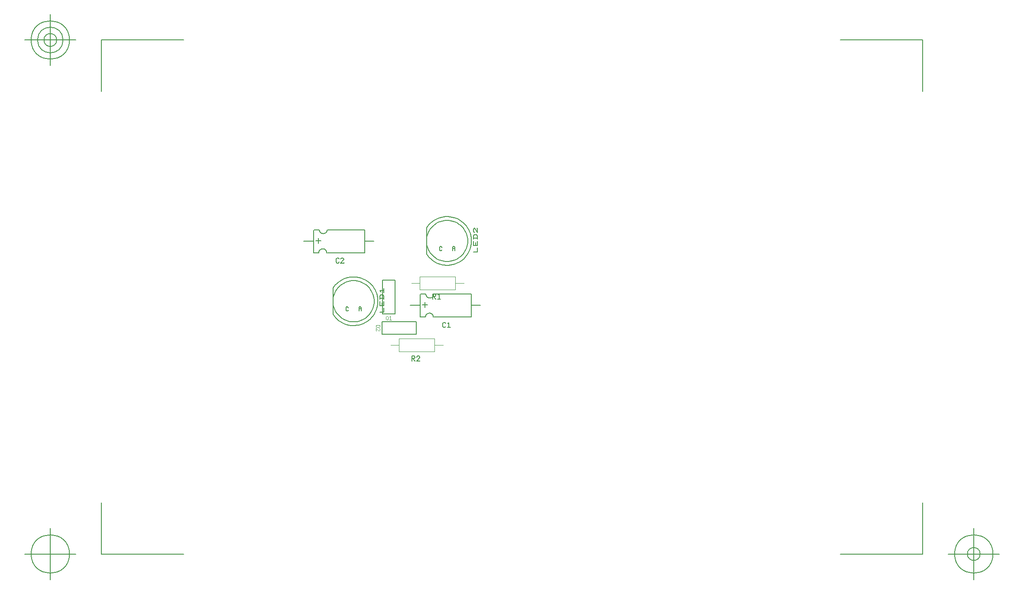
<source format=gbr>
G04 Generated by Ultiboard 14.2 *
%FSLAX33Y33*%
%MOMM*%

%ADD10C,0.001*%
%ADD11C,0.203*%
%ADD12C,0.113*%
%ADD13C,0.200*%
%ADD14C,0.100*%
%ADD15C,0.127*%


G04 ColorRGB FFFF00 for the following layer *
%LNSilkscreen Top*%
%LPD*%
G54D10*
G54D11*
X54182Y47024D02*
X54938Y47024D01*
X54938Y47871D01*
X54938Y49141D02*
X54938Y48294D01*
X54560Y48294D01*
X54182Y48294D01*
X54182Y49141D01*
X54560Y48294D02*
X54560Y48858D01*
X54938Y49564D02*
X54938Y50128D01*
X54787Y50411D01*
X54333Y50411D01*
X54182Y50128D01*
X54182Y49564D01*
X54182Y49705D02*
X54938Y49705D01*
X54333Y50975D02*
X54182Y51257D01*
X54938Y51257D01*
X54938Y50834D02*
X54938Y51681D01*
X45033Y46575D02*
X45274Y46237D01*
X45544Y45921D01*
X45840Y45630D01*
X46161Y45365D01*
X46503Y45130D01*
X46865Y44925D01*
X47243Y44753D01*
X47634Y44615D01*
X48037Y44510D01*
X48446Y44442D01*
X48860Y44409D01*
X49276Y44413D01*
X49690Y44453D01*
X50098Y44528D01*
X50498Y44639D01*
X50888Y44785D01*
X51263Y44964D01*
X51621Y45175D01*
X51959Y45416D01*
X52275Y45686D01*
X52566Y45982D01*
X52830Y46303D01*
X53066Y46645D01*
X53270Y47007D01*
X53442Y47385D01*
X53581Y47776D01*
X53685Y48179D01*
X53754Y48588D01*
X53786Y49003D01*
X53783Y49418D01*
X53743Y49832D01*
X53667Y50240D01*
X53556Y50641D01*
X53411Y51030D01*
X53232Y51405D01*
X53021Y51763D01*
X52780Y52101D01*
X52510Y52417D01*
X52213Y52708D01*
X51893Y52972D01*
X51550Y53208D01*
X51189Y53412D01*
X50811Y53585D01*
X50419Y53723D01*
X50017Y53827D01*
X49607Y53896D01*
X49193Y53928D01*
X48777Y53925D01*
X48364Y53885D01*
X47955Y53809D01*
X47555Y53698D01*
X47166Y53553D01*
X46791Y53374D01*
X46433Y53163D01*
X46095Y52922D01*
X45779Y52652D01*
X45487Y52356D01*
X45223Y52035D01*
X45033Y51763D01*
X53048Y49169D02*
X53033Y49519D01*
X52987Y49867D01*
X52911Y50210D01*
X52806Y50544D01*
X52672Y50869D01*
X52510Y51180D01*
X52321Y51476D01*
X52107Y51754D01*
X51870Y52013D01*
X51612Y52250D01*
X51333Y52463D01*
X51038Y52652D01*
X50726Y52814D01*
X50402Y52948D01*
X50068Y53054D01*
X49725Y53129D01*
X49377Y53175D01*
X49027Y53191D01*
X48676Y53175D01*
X48328Y53129D01*
X47986Y53054D01*
X47651Y52948D01*
X47327Y52814D01*
X47016Y52652D01*
X46720Y52463D01*
X46442Y52250D01*
X46183Y52013D01*
X45946Y51754D01*
X45732Y51476D01*
X45544Y51180D01*
X45382Y50869D01*
X45248Y50544D01*
X45142Y50210D01*
X45066Y49867D01*
X45020Y49519D01*
X45005Y49169D01*
X45020Y48818D01*
X45066Y48471D01*
X45142Y48128D01*
X45248Y47793D01*
X45382Y47469D01*
X45544Y47158D01*
X45732Y46862D01*
X45946Y46584D01*
X46183Y46325D01*
X46442Y46088D01*
X46720Y45875D01*
X47016Y45686D01*
X47327Y45524D01*
X47651Y45390D01*
X47986Y45284D01*
X48328Y45208D01*
X48676Y45163D01*
X49027Y45147D01*
X49377Y45163D01*
X49725Y45208D01*
X50068Y45284D01*
X50402Y45390D01*
X50726Y45524D01*
X51038Y45686D01*
X51333Y45875D01*
X51612Y46088D01*
X51870Y46325D01*
X52107Y46584D01*
X52321Y46862D01*
X52510Y47158D01*
X52672Y47469D01*
X52806Y47793D01*
X52911Y48128D01*
X52987Y48471D01*
X53033Y48818D01*
X53048Y49169D01*
X53048Y49169D01*
X50085Y47264D02*
X50085Y47899D01*
X50508Y47899D02*
X50508Y47917D01*
X50505Y47936D01*
X50501Y47954D01*
X50496Y47971D01*
X50489Y47988D01*
X50480Y48005D01*
X50470Y48020D01*
X50459Y48035D01*
X50446Y48049D01*
X50433Y48061D01*
X50418Y48072D01*
X50403Y48082D01*
X50386Y48091D01*
X50369Y48098D01*
X50351Y48103D01*
X50333Y48107D01*
X50315Y48110D01*
X50297Y48111D01*
X50278Y48110D01*
X50260Y48107D01*
X50242Y48103D01*
X50224Y48098D01*
X50207Y48091D01*
X50191Y48082D01*
X50175Y48072D01*
X50161Y48061D01*
X50147Y48049D01*
X50135Y48035D01*
X50123Y48020D01*
X50113Y48005D01*
X50105Y47988D01*
X50098Y47971D01*
X50092Y47954D01*
X50088Y47936D01*
X50086Y47917D01*
X50085Y47899D01*
X50085Y47687D02*
X50508Y47687D01*
X45005Y51709D02*
X45005Y46629D01*
X47545Y47476D02*
X47546Y47457D01*
X47548Y47439D01*
X47552Y47421D01*
X47558Y47403D01*
X47565Y47386D01*
X47573Y47370D01*
X47583Y47354D01*
X47595Y47340D01*
X47607Y47326D01*
X47621Y47313D01*
X47635Y47302D01*
X47651Y47292D01*
X47667Y47284D01*
X47684Y47277D01*
X47702Y47271D01*
X47720Y47267D01*
X47738Y47265D01*
X47757Y47264D01*
X47775Y47265D01*
X47793Y47267D01*
X47811Y47271D01*
X47829Y47277D01*
X47846Y47284D01*
X47863Y47292D01*
X47878Y47302D01*
X47893Y47313D01*
X47906Y47326D01*
X47919Y47340D01*
X47930Y47354D01*
X47940Y47370D01*
X47949Y47386D01*
X47956Y47403D01*
X47961Y47421D01*
X47965Y47439D01*
X47968Y47457D01*
X47968Y47476D01*
X47968Y47476D01*
X47968Y47899D02*
X47968Y47917D01*
X47965Y47936D01*
X47961Y47954D01*
X47956Y47971D01*
X47949Y47988D01*
X47940Y48005D01*
X47930Y48020D01*
X47919Y48035D01*
X47906Y48049D01*
X47893Y48061D01*
X47878Y48072D01*
X47863Y48082D01*
X47846Y48091D01*
X47829Y48098D01*
X47811Y48103D01*
X47793Y48107D01*
X47775Y48110D01*
X47757Y48111D01*
X47738Y48110D01*
X47720Y48107D01*
X47702Y48103D01*
X47684Y48098D01*
X47667Y48091D01*
X47651Y48082D01*
X47635Y48072D01*
X47621Y48061D01*
X47607Y48049D01*
X47595Y48035D01*
X47583Y48020D01*
X47573Y48005D01*
X47565Y47988D01*
X47558Y47971D01*
X47552Y47954D01*
X47548Y47936D01*
X47546Y47917D01*
X47545Y47899D01*
X47545Y47476D02*
X47545Y47899D01*
X50508Y47264D02*
X50508Y47899D01*
X72466Y58815D02*
X73222Y58815D01*
X73222Y59662D01*
X73222Y60932D02*
X73222Y60085D01*
X72844Y60085D01*
X72466Y60085D01*
X72466Y60932D01*
X72844Y60085D02*
X72844Y60650D01*
X73222Y61355D02*
X73222Y61920D01*
X73070Y62202D01*
X72617Y62202D01*
X72466Y61920D01*
X72466Y61355D01*
X72466Y61496D02*
X73222Y61496D01*
X72617Y62625D02*
X72466Y62907D01*
X72466Y63190D01*
X72617Y63472D01*
X72692Y63472D01*
X73222Y62625D01*
X73222Y63472D01*
X73146Y63472D01*
X63316Y58366D02*
X63557Y58028D01*
X63827Y57712D01*
X64123Y57421D01*
X64444Y57156D01*
X64786Y56921D01*
X65148Y56717D01*
X65526Y56544D01*
X65918Y56406D01*
X66320Y56302D01*
X66730Y56233D01*
X67144Y56200D01*
X67559Y56204D01*
X67973Y56244D01*
X68381Y56320D01*
X68782Y56431D01*
X69171Y56576D01*
X69546Y56755D01*
X69904Y56966D01*
X70242Y57207D01*
X70558Y57477D01*
X70849Y57773D01*
X71114Y58094D01*
X71349Y58436D01*
X71553Y58798D01*
X71726Y59176D01*
X71864Y59568D01*
X71968Y59970D01*
X72037Y60380D01*
X72070Y60794D01*
X72066Y61209D01*
X72026Y61623D01*
X71950Y62031D01*
X71839Y62432D01*
X71694Y62821D01*
X71515Y63196D01*
X71304Y63554D01*
X71063Y63892D01*
X70793Y64208D01*
X70497Y64499D01*
X70176Y64764D01*
X69834Y64999D01*
X69472Y65203D01*
X69094Y65376D01*
X68702Y65514D01*
X68300Y65618D01*
X67890Y65687D01*
X67476Y65720D01*
X67061Y65716D01*
X66647Y65676D01*
X66239Y65600D01*
X65838Y65489D01*
X65449Y65344D01*
X65074Y65165D01*
X64716Y64954D01*
X64378Y64713D01*
X64062Y64443D01*
X63771Y64147D01*
X63506Y63826D01*
X63316Y63554D01*
X71332Y60960D02*
X71316Y61311D01*
X71271Y61658D01*
X71195Y62001D01*
X71089Y62335D01*
X70955Y62660D01*
X70793Y62971D01*
X70604Y63267D01*
X70391Y63545D01*
X70154Y63804D01*
X69895Y64041D01*
X69617Y64254D01*
X69321Y64443D01*
X69010Y64605D01*
X68685Y64739D01*
X68351Y64845D01*
X68008Y64921D01*
X67661Y64966D01*
X67310Y64982D01*
X66959Y64966D01*
X66612Y64921D01*
X66269Y64845D01*
X65935Y64739D01*
X65610Y64605D01*
X65299Y64443D01*
X65003Y64254D01*
X64725Y64041D01*
X64466Y63804D01*
X64229Y63545D01*
X64016Y63267D01*
X63827Y62971D01*
X63665Y62660D01*
X63531Y62335D01*
X63425Y62001D01*
X63349Y61658D01*
X63304Y61311D01*
X63288Y60960D01*
X63304Y60609D01*
X63349Y60262D01*
X63425Y59919D01*
X63531Y59585D01*
X63665Y59260D01*
X63827Y58949D01*
X64016Y58653D01*
X64229Y58375D01*
X64466Y58116D01*
X64725Y57879D01*
X65003Y57666D01*
X65299Y57477D01*
X65610Y57315D01*
X65935Y57181D01*
X66269Y57075D01*
X66612Y56999D01*
X66959Y56954D01*
X67310Y56938D01*
X67661Y56954D01*
X68008Y56999D01*
X68351Y57075D01*
X68685Y57181D01*
X69010Y57315D01*
X69321Y57477D01*
X69617Y57666D01*
X69895Y57879D01*
X70154Y58116D01*
X70391Y58375D01*
X70604Y58653D01*
X70793Y58949D01*
X70955Y59260D01*
X71089Y59585D01*
X71195Y59919D01*
X71271Y60262D01*
X71316Y60609D01*
X71332Y60960D01*
X71332Y60960D01*
X68368Y59478D02*
X68792Y59478D01*
X68792Y59690D02*
X68791Y59708D01*
X68788Y59727D01*
X68784Y59745D01*
X68779Y59762D01*
X68772Y59779D01*
X68763Y59796D01*
X68753Y59811D01*
X68742Y59826D01*
X68730Y59840D01*
X68716Y59852D01*
X68701Y59863D01*
X68686Y59873D01*
X68669Y59882D01*
X68652Y59889D01*
X68635Y59894D01*
X68617Y59898D01*
X68598Y59901D01*
X68580Y59902D01*
X68562Y59901D01*
X68543Y59898D01*
X68525Y59894D01*
X68508Y59889D01*
X68491Y59882D01*
X68474Y59873D01*
X68459Y59863D01*
X68444Y59852D01*
X68430Y59840D01*
X68418Y59826D01*
X68407Y59811D01*
X68397Y59796D01*
X68388Y59779D01*
X68381Y59762D01*
X68376Y59745D01*
X68372Y59727D01*
X68369Y59708D01*
X68368Y59690D01*
X63288Y63500D02*
X63288Y58420D01*
X68368Y59055D02*
X68368Y59690D01*
X65828Y59267D02*
X65829Y59248D01*
X65832Y59230D01*
X65836Y59212D01*
X65841Y59194D01*
X65848Y59177D01*
X65857Y59161D01*
X65867Y59145D01*
X65878Y59131D01*
X65890Y59117D01*
X65904Y59105D01*
X65919Y59093D01*
X65934Y59083D01*
X65951Y59075D01*
X65968Y59068D01*
X65985Y59062D01*
X66003Y59058D01*
X66022Y59056D01*
X66040Y59055D01*
X66058Y59056D01*
X66077Y59058D01*
X66095Y59062D01*
X66112Y59068D01*
X66129Y59075D01*
X66146Y59083D01*
X66161Y59093D01*
X66176Y59105D01*
X66190Y59117D01*
X66202Y59131D01*
X66213Y59145D01*
X66223Y59161D01*
X66232Y59177D01*
X66239Y59194D01*
X66244Y59212D01*
X66248Y59230D01*
X66251Y59248D01*
X66252Y59267D01*
X66252Y59267D01*
X65828Y59267D02*
X65828Y59690D01*
X66252Y59690D02*
X66251Y59708D01*
X66248Y59727D01*
X66244Y59745D01*
X66239Y59762D01*
X66232Y59779D01*
X66223Y59796D01*
X66213Y59811D01*
X66202Y59826D01*
X66190Y59840D01*
X66176Y59852D01*
X66161Y59863D01*
X66146Y59873D01*
X66129Y59882D01*
X66112Y59889D01*
X66095Y59894D01*
X66077Y59898D01*
X66058Y59901D01*
X66040Y59902D01*
X66022Y59901D01*
X66003Y59898D01*
X65985Y59894D01*
X65968Y59889D01*
X65951Y59882D01*
X65934Y59873D01*
X65919Y59863D01*
X65904Y59852D01*
X65890Y59840D01*
X65878Y59826D01*
X65867Y59811D01*
X65857Y59796D01*
X65848Y59779D01*
X65841Y59762D01*
X65836Y59745D01*
X65832Y59727D01*
X65829Y59708D01*
X65828Y59690D01*
X68792Y59055D02*
X68792Y59690D01*
X67041Y44239D02*
X66842Y44039D01*
X66643Y44039D01*
X66444Y44239D01*
X66444Y44839D01*
X66643Y45039D01*
X66842Y45039D01*
X67041Y44839D01*
X67440Y44839D02*
X67639Y45039D01*
X67639Y44039D01*
X67340Y44039D02*
X67937Y44039D01*
X62035Y46069D02*
X62035Y50469D01*
X72035Y50469D02*
X72035Y46169D01*
X61967Y48369D02*
X60135Y48369D01*
X73835Y48369D02*
X72035Y48369D01*
X64735Y46069D02*
X72035Y46069D01*
X63079Y46080D02*
X62063Y46080D01*
X64735Y50569D02*
X72035Y50569D01*
X62119Y50569D02*
X63135Y50569D01*
X63173Y50569D02*
X63176Y50502D01*
X63185Y50436D01*
X63199Y50371D01*
X63219Y50308D01*
X63245Y50247D01*
X63275Y50188D01*
X63311Y50132D01*
X63352Y50079D01*
X63397Y50030D01*
X63446Y49985D01*
X63498Y49944D01*
X63554Y49909D01*
X63613Y49878D01*
X63675Y49853D01*
X63738Y49833D01*
X63803Y49818D01*
X63869Y49809D01*
X63935Y49807D01*
X64002Y49809D01*
X64068Y49818D01*
X64133Y49833D01*
X64196Y49853D01*
X64257Y49878D01*
X64316Y49909D01*
X64372Y49944D01*
X64425Y49985D01*
X64474Y50030D01*
X64519Y50079D01*
X64560Y50132D01*
X64595Y50188D01*
X64626Y50247D01*
X64651Y50308D01*
X64671Y50371D01*
X64686Y50436D01*
X64695Y50502D01*
X64697Y50569D01*
X62993Y48960D02*
X62993Y47944D01*
X63501Y48452D02*
X62485Y48452D01*
X64603Y46080D02*
X64600Y46146D01*
X64592Y46212D01*
X64577Y46277D01*
X64557Y46340D01*
X64532Y46402D01*
X64501Y46461D01*
X64466Y46517D01*
X64425Y46569D01*
X64380Y46618D01*
X64331Y46663D01*
X64278Y46704D01*
X64222Y46740D01*
X64163Y46770D01*
X64102Y46796D01*
X64039Y46816D01*
X63974Y46830D01*
X63908Y46839D01*
X63841Y46842D01*
X63775Y46839D01*
X63709Y46830D01*
X63644Y46816D01*
X63581Y46796D01*
X63519Y46770D01*
X63460Y46740D01*
X63404Y46704D01*
X63352Y46663D01*
X63303Y46618D01*
X63258Y46569D01*
X63217Y46517D01*
X63181Y46461D01*
X63151Y46402D01*
X63125Y46340D01*
X63105Y46277D01*
X63091Y46212D01*
X63082Y46146D01*
X63079Y46080D01*
X64535Y49593D02*
X64535Y50593D01*
X64933Y50593D01*
X65132Y50393D01*
X65132Y50293D01*
X64933Y50093D01*
X64535Y50093D01*
X64635Y50093D02*
X65132Y49593D01*
X65531Y50393D02*
X65730Y50593D01*
X65730Y49593D01*
X65431Y49593D02*
X66028Y49593D01*
X60469Y37461D02*
X60469Y38461D01*
X60867Y38461D01*
X61066Y38261D01*
X61066Y38161D01*
X60867Y37961D01*
X60469Y37961D01*
X60569Y37961D02*
X61066Y37461D01*
X61365Y38261D02*
X61564Y38461D01*
X61763Y38461D01*
X61962Y38261D01*
X61962Y38161D01*
X61365Y37461D01*
X61962Y37461D01*
X61962Y37561D01*
X46206Y56831D02*
X46007Y56631D01*
X45808Y56631D01*
X45609Y56831D01*
X45609Y57431D01*
X45808Y57631D01*
X46007Y57631D01*
X46206Y57431D01*
X46505Y57431D02*
X46704Y57631D01*
X46903Y57631D01*
X47102Y57431D01*
X47102Y57331D01*
X46505Y56631D01*
X47102Y56631D01*
X47102Y56731D01*
X41200Y58660D02*
X41200Y63060D01*
X51200Y63060D02*
X51200Y58760D01*
X41132Y60960D02*
X39300Y60960D01*
X53000Y60960D02*
X51200Y60960D01*
X43900Y58660D02*
X51200Y58660D01*
X42244Y58671D02*
X41228Y58671D01*
X43900Y63160D02*
X51200Y63160D01*
X41284Y63160D02*
X42300Y63160D01*
X42338Y63160D02*
X42341Y63094D01*
X42350Y63028D01*
X42364Y62963D01*
X42384Y62899D01*
X42409Y62838D01*
X42440Y62779D01*
X42476Y62723D01*
X42516Y62670D01*
X42561Y62621D01*
X42610Y62576D01*
X42663Y62536D01*
X42719Y62500D01*
X42778Y62469D01*
X42839Y62444D01*
X42903Y62424D01*
X42968Y62410D01*
X43034Y62401D01*
X43100Y62398D01*
X43166Y62401D01*
X43232Y62410D01*
X43297Y62424D01*
X43361Y62444D01*
X43422Y62469D01*
X43481Y62500D01*
X43537Y62536D01*
X43590Y62576D01*
X43639Y62621D01*
X43684Y62670D01*
X43724Y62723D01*
X43760Y62779D01*
X43791Y62838D01*
X43816Y62899D01*
X43836Y62963D01*
X43850Y63028D01*
X43859Y63094D01*
X43862Y63160D01*
X42158Y61552D02*
X42158Y60536D01*
X42666Y61044D02*
X41650Y61044D01*
X43768Y58671D02*
X43765Y58737D01*
X43756Y58803D01*
X43742Y58868D01*
X43722Y58932D01*
X43697Y58993D01*
X43666Y59052D01*
X43630Y59108D01*
X43590Y59161D01*
X43545Y59210D01*
X43496Y59255D01*
X43443Y59295D01*
X43387Y59331D01*
X43328Y59362D01*
X43267Y59387D01*
X43203Y59407D01*
X43138Y59421D01*
X43072Y59430D01*
X43006Y59433D01*
X42940Y59430D01*
X42874Y59421D01*
X42809Y59407D01*
X42745Y59387D01*
X42684Y59362D01*
X42625Y59331D01*
X42569Y59295D01*
X42516Y59255D01*
X42467Y59210D01*
X42422Y59161D01*
X42382Y59108D01*
X42346Y59052D01*
X42315Y58993D01*
X42290Y58932D01*
X42270Y58868D01*
X42256Y58803D01*
X42247Y58737D01*
X42244Y58671D01*
G54D12*
X55346Y45655D02*
X55490Y45510D01*
X55635Y45510D01*
X55779Y45655D01*
X55779Y46090D01*
X55635Y46235D01*
X55490Y46235D01*
X55346Y46090D01*
X55346Y45655D01*
X55635Y45655D02*
X55779Y45510D01*
X56068Y46090D02*
X56213Y46235D01*
X56213Y45510D01*
X55996Y45510D02*
X56430Y45510D01*
X53579Y44512D02*
X53434Y44367D01*
X53434Y44223D01*
X53579Y44078D01*
X54014Y44078D01*
X54159Y44223D01*
X54159Y44367D01*
X54014Y44512D01*
X53579Y44512D01*
X53579Y44223D02*
X53434Y44078D01*
X54014Y43862D02*
X54159Y43717D01*
X54159Y43573D01*
X54014Y43428D01*
X53942Y43428D01*
X53434Y43862D01*
X53434Y43428D01*
X53506Y43428D01*
G54D13*
X54674Y53325D02*
X57174Y53325D01*
X57174Y46675D01*
X54674Y46675D01*
X54674Y53325D01*
X61249Y45184D02*
X54599Y45184D01*
X54599Y42684D01*
X61249Y42684D01*
X61249Y45184D01*
G54D14*
X61935Y53983D02*
X68935Y53983D01*
X68935Y51433D01*
X61935Y51433D01*
X61935Y53983D01*
X60335Y52693D02*
X61935Y52693D01*
X68935Y52693D02*
X70635Y52693D01*
X57869Y41851D02*
X64869Y41851D01*
X64869Y39301D01*
X57869Y39301D01*
X57869Y41851D01*
X56269Y40561D02*
X57869Y40561D01*
X64869Y40561D02*
X66569Y40561D01*
G54D15*
X-254Y-254D02*
X-254Y9797D01*
X-254Y-254D02*
X15797Y-254D01*
X160254Y-254D02*
X144203Y-254D01*
X160254Y-254D02*
X160254Y9797D01*
X160254Y100254D02*
X160254Y90203D01*
X160254Y100254D02*
X144203Y100254D01*
X-254Y100254D02*
X15797Y100254D01*
X-254Y100254D02*
X-254Y90203D01*
X-5254Y-254D02*
X-15254Y-254D01*
X-10254Y-5254D02*
X-10254Y4746D01*
X-14004Y-254D02*
G75*
D01*
G02X-14004Y-254I3750J0*
G01*
X165254Y-254D02*
X175254Y-254D01*
X170254Y-5254D02*
X170254Y4746D01*
X166504Y-254D02*
G75*
D01*
G02X166504Y-254I3750J0*
G01*
X169004Y-254D02*
G75*
D01*
G02X169004Y-254I1250J0*
G01*
X-5254Y100254D02*
X-15254Y100254D01*
X-10254Y95254D02*
X-10254Y105254D01*
X-14004Y100254D02*
G75*
D01*
G02X-14004Y100254I3750J0*
G01*
X-12754Y100254D02*
G75*
D01*
G02X-12754Y100254I2500J0*
G01*
X-11504Y100254D02*
G75*
D01*
G02X-11504Y100254I1250J0*
G01*

M02*

</source>
